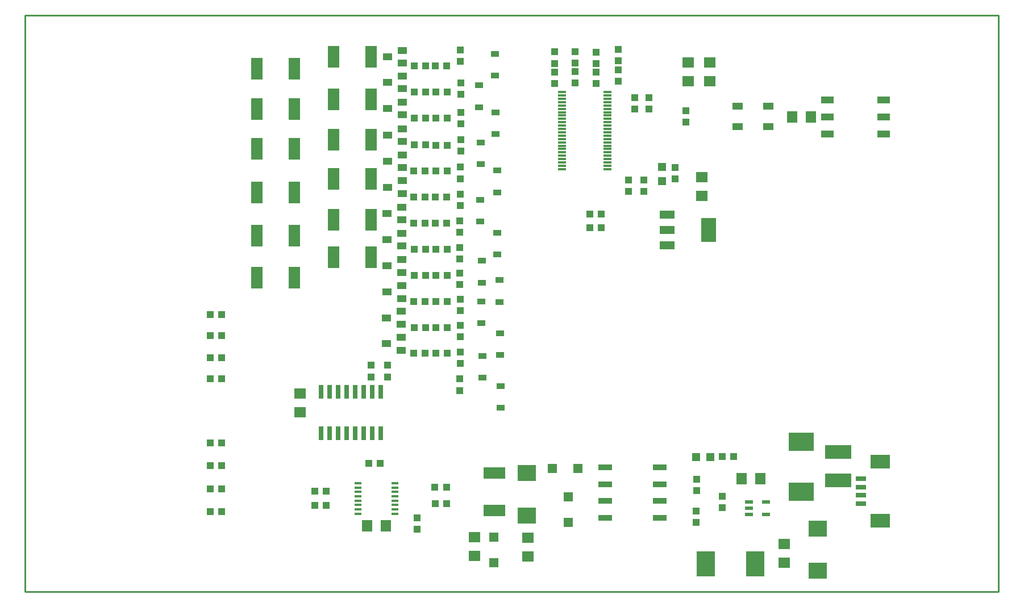
<source format=gtp>
G04 Layer_Color=8421504*
%FSLAX44Y44*%
%MOMM*%
G71*
G01*
G75*
%ADD10R,1.8001X3.1999*%
%ADD11R,1.4001X1.4001*%
%ADD12R,1.5999X0.8001*%
%ADD13R,3.0000X2.1001*%
%ADD14R,2.0000X0.8999*%
%ADD15R,1.9050X1.0160*%
%ADD16R,1.5001X1.0000*%
%ADD17R,1.0500X0.4501*%
%ADD18R,1.2200X0.6200*%
%ADD19R,1.2499X0.3000*%
%ADD20R,1.1001X1.0000*%
%ADD21R,1.0000X1.1001*%
%ADD22R,3.1999X1.8001*%
%ADD23R,2.2352X1.2192*%
%ADD24R,2.1999X3.5999*%
%ADD25R,1.4001X1.0000*%
%ADD26R,0.6604X2.0320*%
%ADD27R,1.1999X1.1999*%
%ADD28R,3.8999X2.0000*%
%ADD29R,1.4001X1.4001*%
%ADD30R,1.2200X0.9101*%
%ADD31R,3.8001X2.8001*%
%ADD32R,2.8001X3.8001*%
%ADD33R,1.8001X1.5999*%
%ADD34R,2.8001X2.4001*%
%ADD35R,1.5999X1.8001*%
%ADD36R,1.1001X1.0000*%
%ADD37R,1.0000X1.1001*%
%ADD38R,1.1999X1.1999*%
%ADD42C,0.2540*%
D10*
X713679Y753110D02*
D03*
X769681D02*
D03*
X713679Y808482D02*
D03*
X769681D02*
D03*
X713171Y869442D02*
D03*
X769173D02*
D03*
X713171Y928116D02*
D03*
X769173D02*
D03*
X713171Y988060D02*
D03*
X769173D02*
D03*
X713679Y1051560D02*
D03*
X769681D02*
D03*
X599318Y1033780D02*
D03*
X655320D02*
D03*
X599379Y974090D02*
D03*
X655381D02*
D03*
X599379Y914400D02*
D03*
X655381D02*
D03*
X599379Y849630D02*
D03*
X655381D02*
D03*
X599379Y784860D02*
D03*
X655381D02*
D03*
X599379Y722630D02*
D03*
X655381D02*
D03*
D11*
X1063244Y395173D02*
D03*
Y357175D02*
D03*
X952500Y335483D02*
D03*
Y297485D02*
D03*
D12*
X1499283Y385110D02*
D03*
Y397609D02*
D03*
Y410111D02*
D03*
Y422610D02*
D03*
D13*
X1528285Y359611D02*
D03*
Y448109D02*
D03*
D14*
X1199253Y439189D02*
D03*
Y414289D02*
D03*
Y389390D02*
D03*
Y364490D02*
D03*
X1117854Y439189D02*
D03*
Y414289D02*
D03*
Y389390D02*
D03*
Y364490D02*
D03*
D15*
X1448816Y936498D02*
D03*
Y961898D02*
D03*
Y987298D02*
D03*
X1532636D02*
D03*
Y961898D02*
D03*
Y936498D02*
D03*
D16*
X1315720Y977900D02*
D03*
X1361440D02*
D03*
Y947420D02*
D03*
X1315720D02*
D03*
D17*
X749562Y370187D02*
D03*
Y376687D02*
D03*
Y383187D02*
D03*
Y389687D02*
D03*
Y396189D02*
D03*
Y402689D02*
D03*
Y409189D02*
D03*
Y415689D02*
D03*
X804918D02*
D03*
Y409189D02*
D03*
Y402689D02*
D03*
Y396189D02*
D03*
Y389687D02*
D03*
Y383187D02*
D03*
Y376687D02*
D03*
Y370187D02*
D03*
D18*
X1331930Y388214D02*
D03*
Y378714D02*
D03*
Y369214D02*
D03*
X1357930D02*
D03*
Y388214D02*
D03*
D19*
X1121491Y989035D02*
D03*
Y984037D02*
D03*
X1053493Y884037D02*
D03*
Y889036D02*
D03*
X1121491Y999035D02*
D03*
Y994037D02*
D03*
Y969035D02*
D03*
Y964037D02*
D03*
Y979035D02*
D03*
Y974037D02*
D03*
Y949035D02*
D03*
Y944037D02*
D03*
Y959035D02*
D03*
Y954037D02*
D03*
Y929035D02*
D03*
Y924037D02*
D03*
Y939035D02*
D03*
Y934037D02*
D03*
Y909035D02*
D03*
Y904037D02*
D03*
Y919035D02*
D03*
Y914037D02*
D03*
Y889036D02*
D03*
Y884037D02*
D03*
Y899035D02*
D03*
Y894037D02*
D03*
X1053493D02*
D03*
Y899035D02*
D03*
Y904037D02*
D03*
Y909035D02*
D03*
Y914037D02*
D03*
Y919035D02*
D03*
Y924037D02*
D03*
Y929035D02*
D03*
Y934037D02*
D03*
Y939035D02*
D03*
Y944037D02*
D03*
Y949035D02*
D03*
Y954037D02*
D03*
Y959035D02*
D03*
Y964037D02*
D03*
Y969035D02*
D03*
Y974037D02*
D03*
Y979035D02*
D03*
Y984037D02*
D03*
Y989035D02*
D03*
Y994037D02*
D03*
Y999035D02*
D03*
D20*
X1222375Y886323D02*
D03*
Y869325D02*
D03*
X1238504Y971159D02*
D03*
Y954161D02*
D03*
X1042416Y1011819D02*
D03*
Y1028817D02*
D03*
X1073150Y1012327D02*
D03*
Y1029325D02*
D03*
X1104900Y1011565D02*
D03*
Y1028563D02*
D03*
X1137666Y1015375D02*
D03*
Y1032373D02*
D03*
X1042416Y1041791D02*
D03*
Y1058789D02*
D03*
X1073150Y1042299D02*
D03*
Y1059297D02*
D03*
X1137666Y1045601D02*
D03*
Y1062599D02*
D03*
X1104900Y1041537D02*
D03*
Y1058535D02*
D03*
X769620Y591429D02*
D03*
Y574431D02*
D03*
X793750Y591429D02*
D03*
Y574431D02*
D03*
X1162050Y973973D02*
D03*
Y990971D02*
D03*
X1183132D02*
D03*
Y973973D02*
D03*
X837692Y346847D02*
D03*
Y363845D02*
D03*
X1152398Y851037D02*
D03*
Y868035D02*
D03*
X1175258Y851037D02*
D03*
Y868035D02*
D03*
X1292606Y396357D02*
D03*
Y379359D02*
D03*
X1254506Y421503D02*
D03*
Y404505D02*
D03*
X1253744Y374513D02*
D03*
Y357515D02*
D03*
D21*
X546471Y667512D02*
D03*
X529473D02*
D03*
X546471Y635762D02*
D03*
X529473D02*
D03*
X546979Y603250D02*
D03*
X529981D02*
D03*
X546979Y571500D02*
D03*
X529981D02*
D03*
X546588Y476250D02*
D03*
X529590D02*
D03*
X546588Y441960D02*
D03*
X529590D02*
D03*
X546979Y407670D02*
D03*
X529981D02*
D03*
X546979Y373380D02*
D03*
X529981D02*
D03*
X881751Y385572D02*
D03*
X864753D02*
D03*
X702300Y382905D02*
D03*
X685302D02*
D03*
X881497Y410083D02*
D03*
X864499D02*
D03*
X702046Y404241D02*
D03*
X685048D02*
D03*
X782945Y445262D02*
D03*
X765947D02*
D03*
X850001Y609219D02*
D03*
X833003D02*
D03*
X850382Y647700D02*
D03*
X833384D02*
D03*
X850128Y686562D02*
D03*
X833130D02*
D03*
X850382Y725678D02*
D03*
X833384D02*
D03*
X850382Y764159D02*
D03*
X833384D02*
D03*
X849747Y803148D02*
D03*
X832749D02*
D03*
X850001Y842772D02*
D03*
X833003D02*
D03*
X850128Y881634D02*
D03*
X833130D02*
D03*
X850255Y920115D02*
D03*
X833257D02*
D03*
X850509Y959993D02*
D03*
X833511D02*
D03*
X850509Y999109D02*
D03*
X833511D02*
D03*
X850255Y1037844D02*
D03*
X833257D02*
D03*
X882767Y609219D02*
D03*
X865769D02*
D03*
X882767Y647700D02*
D03*
X865769D02*
D03*
X882767Y686562D02*
D03*
X865769D02*
D03*
X883021Y725678D02*
D03*
X866023D02*
D03*
X882640Y764159D02*
D03*
X865642D02*
D03*
X882005Y803148D02*
D03*
X865007D02*
D03*
X882259Y842772D02*
D03*
X865261D02*
D03*
X882386Y881634D02*
D03*
X865388D02*
D03*
X882513Y919480D02*
D03*
X865515D02*
D03*
X882513Y959993D02*
D03*
X865515D02*
D03*
X882513Y999109D02*
D03*
X865515D02*
D03*
X1292743Y455676D02*
D03*
X1309741D02*
D03*
X882259Y1037844D02*
D03*
X865261D02*
D03*
D22*
X952754Y374843D02*
D03*
Y430845D02*
D03*
D23*
X1210056Y816610D02*
D03*
Y793496D02*
D03*
Y770382D02*
D03*
D24*
X1272035Y793496D02*
D03*
D25*
X814276Y614197D02*
D03*
Y633197D02*
D03*
X792274Y623697D02*
D03*
X814022Y652932D02*
D03*
Y671932D02*
D03*
X792020Y662432D02*
D03*
X814657Y691286D02*
D03*
Y710286D02*
D03*
X792655Y700786D02*
D03*
X814911Y730148D02*
D03*
Y749148D02*
D03*
X792909Y739648D02*
D03*
X814911Y769264D02*
D03*
Y788264D02*
D03*
X792909Y778764D02*
D03*
X814911Y808507D02*
D03*
Y827507D02*
D03*
X792909Y818007D02*
D03*
X815546Y847623D02*
D03*
Y866623D02*
D03*
X793544Y857123D02*
D03*
X816181Y886485D02*
D03*
Y905485D02*
D03*
X794179Y895985D02*
D03*
X816181Y925347D02*
D03*
Y944347D02*
D03*
X794179Y934847D02*
D03*
X816181Y965098D02*
D03*
Y984098D02*
D03*
X794179Y974598D02*
D03*
X816181Y1003960D02*
D03*
Y1022960D02*
D03*
X794179Y1013460D02*
D03*
X816181Y1042187D02*
D03*
Y1061187D02*
D03*
X794179Y1051687D02*
D03*
D26*
X694563Y490220D02*
D03*
Y551688D02*
D03*
X707263Y490220D02*
D03*
X719963D02*
D03*
X707263Y551688D02*
D03*
X719963D02*
D03*
X732663Y490220D02*
D03*
Y551688D02*
D03*
X745363Y490220D02*
D03*
Y551688D02*
D03*
X758063Y490220D02*
D03*
X770763D02*
D03*
X758063Y551688D02*
D03*
X770763D02*
D03*
X783463Y490220D02*
D03*
Y551688D02*
D03*
D27*
X1202436Y887181D02*
D03*
Y866181D02*
D03*
D28*
X1465118Y419608D02*
D03*
Y462107D02*
D03*
D29*
X1077163Y437642D02*
D03*
X1039165D02*
D03*
D30*
X962279Y528071D02*
D03*
Y560573D02*
D03*
X935482Y573283D02*
D03*
Y605785D02*
D03*
X961390Y607065D02*
D03*
Y639567D02*
D03*
X933450Y654436D02*
D03*
Y686938D02*
D03*
X960374Y686059D02*
D03*
Y718561D02*
D03*
X934339Y714761D02*
D03*
Y747263D02*
D03*
X956945Y756544D02*
D03*
Y789046D02*
D03*
X932053Y806074D02*
D03*
Y838576D02*
D03*
X956818Y849635D02*
D03*
Y882137D02*
D03*
X932688Y891164D02*
D03*
Y923666D02*
D03*
X954278Y936376D02*
D03*
Y968878D02*
D03*
X930402Y976508D02*
D03*
Y1009010D02*
D03*
X953516Y1023625D02*
D03*
Y1056127D02*
D03*
D31*
X1410208Y403436D02*
D03*
Y477436D02*
D03*
D32*
X1267798Y295910D02*
D03*
X1341798D02*
D03*
D33*
X1384808Y296896D02*
D03*
Y324897D02*
D03*
X1262380Y844012D02*
D03*
Y872012D02*
D03*
X923036Y335056D02*
D03*
Y307055D02*
D03*
X1273810Y1042954D02*
D03*
Y1014954D02*
D03*
X1241806Y1043463D02*
D03*
Y1015462D02*
D03*
X663448Y521813D02*
D03*
Y549813D02*
D03*
X1002538Y334548D02*
D03*
Y306548D02*
D03*
D34*
X1435100Y285237D02*
D03*
Y348239D02*
D03*
X1001522Y367787D02*
D03*
Y430789D02*
D03*
D35*
X1424971Y961898D02*
D03*
X1396969D02*
D03*
X791621Y352171D02*
D03*
X763621D02*
D03*
X1321532Y422402D02*
D03*
X1349532D02*
D03*
D36*
X1095131Y796544D02*
D03*
X1112129D02*
D03*
X1094877Y816864D02*
D03*
X1111875D02*
D03*
D37*
X901700Y554111D02*
D03*
Y571109D02*
D03*
X901954Y594243D02*
D03*
Y611241D02*
D03*
X902208Y634121D02*
D03*
Y651119D02*
D03*
X901954Y672983D02*
D03*
Y689981D02*
D03*
X901700Y711718D02*
D03*
Y728716D02*
D03*
Y750453D02*
D03*
Y767451D02*
D03*
Y789696D02*
D03*
Y806694D02*
D03*
X902208Y829574D02*
D03*
Y846572D02*
D03*
Y1044712D02*
D03*
Y1061710D02*
D03*
Y869960D02*
D03*
Y886958D02*
D03*
X902716Y911362D02*
D03*
Y928360D02*
D03*
Y952002D02*
D03*
Y969000D02*
D03*
Y995309D02*
D03*
Y1012307D02*
D03*
D38*
X1274404Y454406D02*
D03*
X1253404D02*
D03*
D42*
X254000Y254000D02*
X1703837D01*
X1704088Y254251D01*
Y1113539D01*
X1704340Y1113790D01*
X254000D02*
X1704340D01*
X254000Y254000D02*
Y1113790D01*
M02*

</source>
